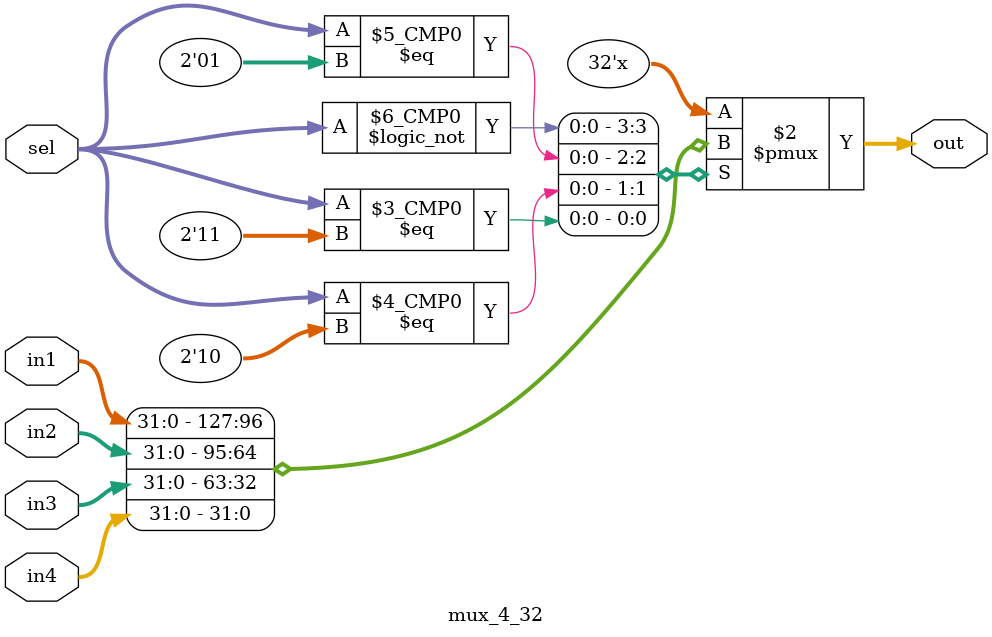
<source format=v>
/**
* muxs module
*/
module mux_2_32(
    input wire[31:0] in1,in2,
    input wire       sel,
    
    output reg[31:0] out
    );
    
    always @ (*) begin
        case (sel)
            1'b0 : out <= in1;
            1'b1 : out <= in2;
        endcase
    end
endmodule

module mux_4_5(
    input wire[4:0] in1,in2,in3,
    input wire[1:0] sel,
    
    output reg[4:0] out
    );
    
    always @ (*) begin
        case (sel)
            2'b00 : out <= in1;
            2'b01 : out <= in2;
            2'b10 : out <= in3;
            default : out <= 5'b11111;
        endcase
    end
endmodule

module mux_4_32(
    input wire[31:0] in1,in2,in3,in4,
    input wire[1:0]  sel,
    
    output reg[31:0] out
    );
    
    always @ (*) begin
        case (sel)
            2'b00 : out <= in1;
            2'b01 : out <= in2;
            2'b10 : out <= in3;
            2'b11 : out <= in4;
            default : out <= 32'h00000000;
        endcase
    end
endmodule

</source>
